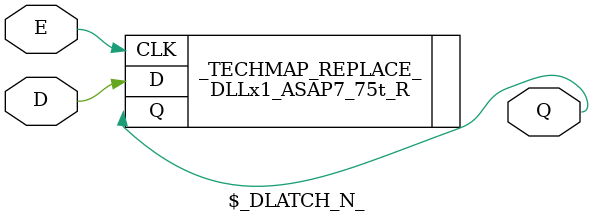
<source format=v>

module $_DLATCH_P_(input E, input D, output Q);
    DHLx1_ASAP7_75t_R _TECHMAP_REPLACE_ (
        .D(D),
        .CLK(E),
        .Q(Q)
        );
endmodule

module $_DLATCH_N_(input E, input D, output Q);
    DLLx1_ASAP7_75t_R _TECHMAP_REPLACE_ (
        .D(D),
        .CLK(E),
        .Q(Q)
        );
endmodule

</source>
